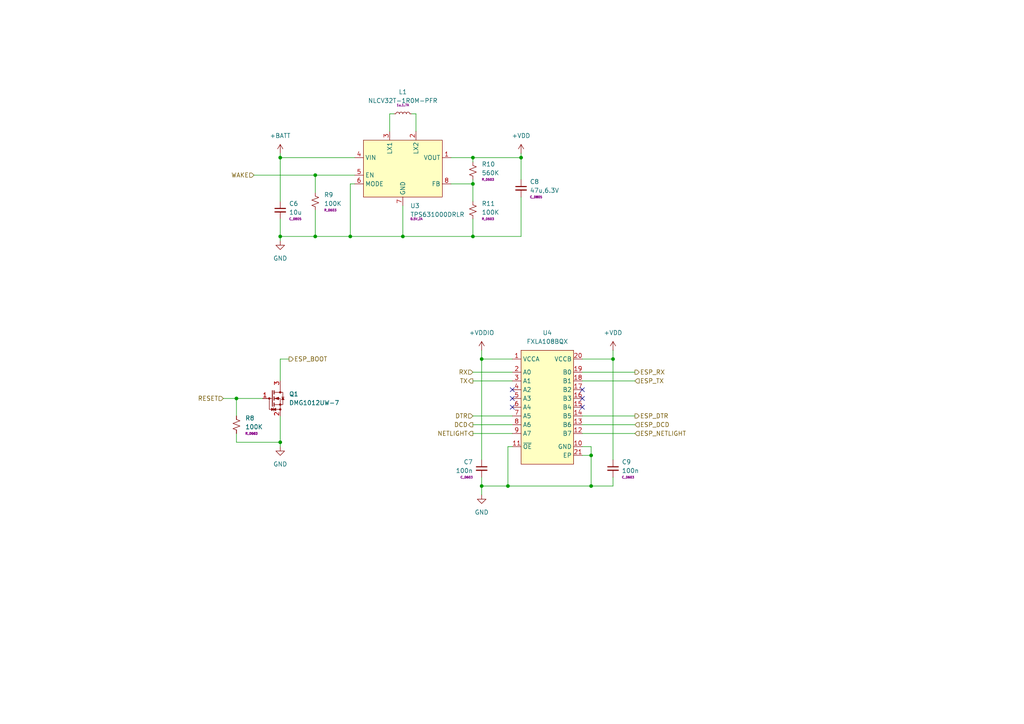
<source format=kicad_sch>
(kicad_sch (version 20250114) (generator "eeschema") (generator_version "9.0")
  (paper "A4")
  (title_block (title "Winglet-ESP") (rev "v1.0") (company "TL Embedded"))
  (lib_symbols
    (symbol "C_Capacitor:C_0603" (pin_numbers (hide yes)) (pin_names (offset 1.016))
      (property "Reference" "C" (at 3.175 1.905 0))
      (property "Value" "100n" (at 5.08 0 0))
      (property "Size" "C_0603" (at 4.445 -1.905 0))
      (symbol "C_0603_1_1"
        (polyline (pts (xy -1.524 0.508) (xy 1.524 0.508)) (stroke (width 0.3048)))
        (polyline (pts (xy -1.524 -0.508) (xy 1.524 -0.508)) (stroke (width 0.3302)))
        (pin passive line (at 0 2.54 270) (length 2.032) (name "~") (number "1"))
        (pin passive line (at 0 -2.54 90) (length 2.032) (name "~") (number "2"))
      )
    )
    (symbol "C_Capacitor:C_0805" (pin_numbers (hide yes)) (pin_names (offset 1.016))
      (property "Reference" "C" (at 3.175 1.905 0))
      (property "Value" "100n" (at 5.08 0 0))
      (property "Size" "C_0805" (at 4.445 -1.905 0))
      (symbol "C_0805_1_1"
        (polyline (pts (xy -1.524 0.508) (xy 1.524 0.508)) (stroke (width 0.3048)))
        (polyline (pts (xy -1.524 -0.508) (xy 1.524 -0.508)) (stroke (width 0.3302)))
        (pin passive line (at 0 2.54 270) (length 2.032) (name "~") (number "1"))
        (pin passive line (at 0 -2.54 90) (length 2.032) (name "~") (number "2"))
      )
    )
    (symbol "L_Inductor:NLCV32T-4R7M-PFR" (pin_numbers (hide yes)) (pin_names (hide yes))
      (property "Reference" "L" (at 1.905 1.27 0))
      (property "Value" "NLCV32T-4R7M-PFR" (at 11.43 -0.635 0))
      (property "Params" "4u7,900mA" (at 3.81 -2.54 0))
      (symbol "NLCV32T-4R7M-PFR_0_1"
        (arc (start 0 2.032) (mid 0.5058 1.524) (end 0 1.016))
        (arc (start 0 1.016) (mid 0.5058 0.508) (end 0 0))
        (arc (start 0 0) (mid 0.5058 -0.508) (end 0 -1.016))
        (arc (start 0 -1.016) (mid 0.5058 -1.524) (end 0 -2.032))
      )
      (symbol "NLCV32T-4R7M-PFR_1_1"
        (pin passive line (at 0 2.54 270) (length 0.508) (name "~") (number "1"))
        (pin passive line (at 0 -2.54 90) (length 0.508) (name "~") (number "2"))
      )
    )
    (symbol "Q_MOSFET:DMG1012UW-7" (pin_names (offset 0) (hide yes))
      (property "Reference" "Q" (at 2.286 1.524 0))
      (property "Value" "DMG1012UW-7" (at 2.286 -0.508 0))
      (symbol "DMG1012UW-7_0_1"
        (polyline (pts (xy -3.81 0) (xy -2.286 0)))
        (circle (center -3.175 0) (radius 0.254) (fill (type outline)))
        (polyline (pts (xy -2.286 -2.286) (xy -2.286 2.286)) (stroke (width 0.254)))
        (polyline (pts (xy -1.778 2.286) (xy -1.778 1.27)) (stroke (width 0.254)))
        (polyline (pts (xy -1.778 1.778) (xy 0.762 1.778) (xy 0.762 -1.778) (xy -1.778 -1.778)))
        (polyline (pts (xy -1.778 0.508) (xy -1.778 -0.508)) (stroke (width 0.254)))
        (polyline (pts (xy -1.778 -1.27) (xy -1.778 -2.286)) (stroke (width 0.254)))
        (polyline (pts (xy -1.778 -3.683) (xy -1.905 -3.556) (xy -1.905 -2.794) (xy -2.032 -2.667)))
        (polyline (pts (xy -1.4732 0) (xy -0.4572 -0.381) (xy -0.4572 0.381) (xy -1.4732 0)) (fill (type outline)))
        (polyline (pts (xy 0 3.81) (xy 0 1.778)))
        (circle (center 0 1.778) (radius 0.254) (fill (type outline)))
        (circle (center 0 -1.778) (radius 0.254) (fill (type outline)))
        (polyline (pts (xy 0 -3.175) (xy -3.175 -3.175) (xy -3.175 0)))
        (circle (center 0 -3.175) (radius 0.254) (fill (type outline)))
        (polyline (pts (xy 0 -3.81) (xy 0 0) (xy -1.778 0)))
        (polyline (pts (xy 1.143 0.381) (xy 0.381 0.381)))
      )
      (symbol "DMG1012UW-7_1_1"
        (polyline (pts (xy -1.905 -3.175) (xy -2.54 -3.556) (xy -2.54 -2.794) (xy -1.905 -3.175)) (fill (type outline)))
        (polyline (pts (xy -1.905 -3.175) (xy -1.27 -2.794) (xy -1.27 -3.556) (xy -1.905 -3.175)) (fill (type outline)))
        (polyline (pts (xy 0.762 0.3048) (xy 1.143 -0.3302) (xy 0.381 -0.3302) (xy 0.762 0.3048)) (fill (type outline)))
        (pin input line (at -5.08 0 0) (length 1.27) (name "G") (number "1"))
        (pin passive line (at 0 5.08 270) (length 1.27) (name "D") (number "3"))
        (pin passive line (at 0 -5.08 90) (length 1.27) (name "S") (number "2"))
      )
    )
    (symbol "R_Resistor:R_0603" (pin_numbers (hide yes)) (pin_names (offset 1.016))
      (property "Reference" "R" (at 2.54 1.905 0))
      (property "Value" "10K" (at 3.81 0 0))
      (property "Size" "R_0603" (at 3.81 -1.905 0))
      (symbol "R_0603_1_1"
        (polyline (pts (xy 0 1.524) (xy 1.016 1.143) (xy 0 0.762) (xy -1.016 0.381) (xy 0 0)))
        (polyline (pts (xy 0 0) (xy 1.016 -0.381) (xy 0 -0.762) (xy -1.016 -1.143) (xy 0 -1.524)))
        (pin passive line (at 0 2.54 270) (length 1.016) (name "~") (number "1"))
        (pin passive line (at 0 -2.54 90) (length 1.016) (name "~") (number "2"))
      )
    )
    (symbol "U_Basic:FXLA108BQX"
      (property "Reference" "U" (at 2.54 34.29 0))
      (property "Value" "FXLA108BQX" (at 7.62 -1.27 0))
      (symbol "FXLA108BQX_1_1"
        (rectangle (start 0 33.02) (end 15.24 0) (fill (type background)))
        (pin power_in line (at -2.54 30.48 0) (length 2.54) (name "VCCA") (number "1"))
        (pin bidirectional line (at -2.54 26.67 0) (length 2.54) (name "A0") (number "2"))
        (pin bidirectional line (at -2.54 24.13 0) (length 2.54) (name "A1") (number "3"))
        (pin bidirectional line (at -2.54 21.59 0) (length 2.54) (name "A2") (number "4"))
        (pin bidirectional line (at -2.54 19.05 0) (length 2.54) (name "A3") (number "5"))
        (pin bidirectional line (at -2.54 16.51 0) (length 2.54) (name "A4") (number "6"))
        (pin bidirectional line (at -2.54 13.97 0) (length 2.54) (name "A5") (number "7"))
        (pin bidirectional line (at -2.54 11.43 0) (length 2.54) (name "A6") (number "8"))
        (pin bidirectional line (at -2.54 8.89 0) (length 2.54) (name "A7") (number "9"))
        (pin input line (at -2.54 5.08 0) (length 2.54) (name "~{OE}") (number "11"))
        (pin power_in line (at 17.78 30.48 180) (length 2.54) (name "VCCB") (number "20"))
        (pin bidirectional line (at 17.78 26.67 180) (length 2.54) (name "B0") (number "19"))
        (pin bidirectional line (at 17.78 24.13 180) (length 2.54) (name "B1") (number "18"))
        (pin bidirectional line (at 17.78 21.59 180) (length 2.54) (name "B2") (number "17"))
        (pin bidirectional line (at 17.78 19.05 180) (length 2.54) (name "B3") (number "16"))
        (pin bidirectional line (at 17.78 16.51 180) (length 2.54) (name "B4") (number "15"))
        (pin bidirectional line (at 17.78 13.97 180) (length 2.54) (name "B5") (number "14"))
        (pin bidirectional line (at 17.78 11.43 180) (length 2.54) (name "B6") (number "13"))
        (pin bidirectional line (at 17.78 8.89 180) (length 2.54) (name "B7") (number "12"))
        (pin power_in line (at 17.78 5.08 180) (length 2.54) (name "GND") (number "10"))
        (pin power_in line (at 17.78 2.54 180) (length 2.54) (name "EP") (number "21"))
      )
    )
    (symbol "U_Power:TPS631000"
      (property "Reference" "U" (at 1.27 18.034 0))
      (property "Value" "TPS631000DRLR" (at 21.59 -1.778 0))
      (property "Params" "0.5V,2A" (at 20.828 -3.556 0))
      (symbol "TPS631000_0_1"
        (rectangle (start 0 16.51) (end 22.86 0) (stroke (width 0.1524)) (fill (type background)))
      )
      (symbol "TPS631000_1_1"
        (pin power_in line (at -2.54 11.43 0) (length 2.54) (name "VIN") (number "4"))
        (pin input line (at -2.54 6.35 0) (length 2.54) (name "EN") (number "5"))
        (pin input line (at -2.54 3.81 0) (length 2.54) (name "MODE") (number "6"))
        (pin passive line (at 7.62 19.05 270) (length 2.54) (name "LX1") (number "3"))
        (pin power_in line (at 11.43 -2.54 90) (length 2.54) (name "GND") (number "7"))
        (pin passive line (at 15.24 19.05 270) (length 2.54) (name "LX2") (number "2"))
        (pin power_out line (at 25.4 11.43 180) (length 2.54) (name "VOUT") (number "1"))
        (pin input line (at 25.4 3.81 180) (length 2.54) (name "FB") (number "8"))
      )
    )
    (symbol "power:+BATT" (power) (pin_numbers (hide yes)) (pin_names (offset 0) (hide yes))
      (property "Value" "+BATT" (at 0 3.556 0))
      (symbol "+BATT_0_1"
        (polyline (pts (xy -0.762 1.27) (xy 0 2.54)))
        (polyline (pts (xy 0 2.54) (xy 0.762 1.27)))
        (polyline (pts (xy 0 0) (xy 0 2.54)))
      )
      (symbol "+BATT_1_1"
        (pin power_in line (at 0 0 90) (length 0) (name "~") (number "1"))
      )
    )
    (symbol "power:GND" (power) (pin_numbers (hide yes)) (pin_names (offset 0) (hide yes))
      (property "Value" "GND" (at 0 -3.81 0))
      (symbol "GND_0_1"
        (polyline (pts (xy 0 0) (xy 0 -1.27) (xy 1.27 -1.27) (xy 0 -2.54) (xy -1.27 -1.27) (xy 0 -1.27)))
      )
      (symbol "GND_1_1"
        (pin power_in line (at 0 0 270) (length 0) (name "~") (number "1"))
      )
    )
    (symbol "power:VDD" (power) (pin_numbers (hide yes)) (pin_names (offset 0) (hide yes))
      (property "Value" "VDD" (at 0 3.556 0))
      (symbol "VDD_0_1"
        (polyline (pts (xy -0.762 1.27) (xy 0 2.54)))
        (polyline (pts (xy 0 2.54) (xy 0.762 1.27)))
        (polyline (pts (xy 0 0) (xy 0 2.54)))
      )
      (symbol "VDD_1_1"
        (pin power_in line (at 0 0 90) (length 0) (name "~") (number "1"))
      )
    )
  )
  (junction (at 137.16 68.58))
  (junction (at 139.7 140.97))
  (junction (at 81.28 45.72))
  (junction (at 68.58 115.57))
  (junction (at 137.16 53.34))
  (junction (at 171.45 140.97))
  (junction (at 151.13 45.72))
  (junction (at 116.84 68.58))
  (junction (at 81.28 128.27))
  (junction (at 171.45 132.08))
  (junction (at 101.6 68.58))
  (junction (at 177.8 104.14))
  (junction (at 81.28 68.58))
  (junction (at 147.32 140.97))
  (junction (at 91.44 50.8))
  (junction (at 139.7 104.14))
  (junction (at 91.44 68.58))
  (junction (at 137.16 45.72))
  (no_connect (at 168.91 118.11))
  (no_connect (at 148.59 113.03))
  (no_connect (at 148.59 118.11))
  (no_connect (at 168.91 113.03))
  (no_connect (at 168.91 115.57))
  (no_connect (at 148.59 115.57))
  (wire (pts (xy 177.8 101.6) (xy 177.8 104.14)))
  (wire (pts (xy 148.59 129.54) (xy 147.32 129.54)))
  (wire (pts (xy 171.45 129.54) (xy 171.45 132.08)))
  (wire (pts (xy 168.91 107.95) (xy 184.15 107.95)))
  (wire (pts (xy 81.28 45.72) (xy 102.87 45.72)))
  (wire (pts (xy 137.16 45.72) (xy 130.81 45.72)))
  (wire (pts (xy 147.32 140.97) (xy 171.45 140.97)))
  (wire (pts (xy 130.81 53.34) (xy 137.16 53.34)))
  (wire (pts (xy 168.91 132.08) (xy 171.45 132.08)))
  (wire (pts (xy 137.16 63.5) (xy 137.16 68.58)))
  (wire (pts (xy 139.7 138.43) (xy 139.7 140.97)))
  (wire (pts (xy 68.58 115.57) (xy 68.58 120.65)))
  (wire (pts (xy 137.16 125.73) (xy 148.59 125.73)))
  (wire (pts (xy 120.65 33.02) (xy 119.38 33.02)))
  (wire (pts (xy 151.13 45.72) (xy 151.13 52.07)))
  (wire (pts (xy 114.3 33.02) (xy 113.03 33.02)))
  (wire (pts (xy 139.7 140.97) (xy 139.7 143.51)))
  (wire (pts (xy 81.28 68.58) (xy 81.28 69.85)))
  (wire (pts (xy 147.32 129.54) (xy 147.32 140.97)))
  (wire (pts (xy 91.44 68.58) (xy 81.28 68.58)))
  (wire (pts (xy 168.91 125.73) (xy 184.15 125.73)))
  (wire (pts (xy 168.91 129.54) (xy 171.45 129.54)))
  (wire (pts (xy 177.8 140.97) (xy 177.8 138.43)))
  (wire (pts (xy 137.16 123.19) (xy 148.59 123.19)))
  (wire (pts (xy 91.44 60.96) (xy 91.44 68.58)))
  (wire (pts (xy 81.28 68.58) (xy 81.28 63.5)))
  (wire (pts (xy 91.44 55.88) (xy 91.44 50.8)))
  (wire (pts (xy 116.84 68.58) (xy 137.16 68.58)))
  (wire (pts (xy 102.87 53.34) (xy 101.6 53.34)))
  (wire (pts (xy 137.16 45.72) (xy 137.16 46.99)))
  (wire (pts (xy 116.84 59.69) (xy 116.84 68.58)))
  (wire (pts (xy 168.91 110.49) (xy 184.15 110.49)))
  (wire (pts (xy 139.7 101.6) (xy 139.7 104.14)))
  (wire (pts (xy 81.28 44.45) (xy 81.28 45.72)))
  (wire (pts (xy 168.91 123.19) (xy 184.15 123.19)))
  (wire (pts (xy 151.13 44.45) (xy 151.13 45.72)))
  (wire (pts (xy 68.58 115.57) (xy 76.2 115.57)))
  (wire (pts (xy 177.8 133.35) (xy 177.8 104.14)))
  (wire (pts (xy 81.28 128.27) (xy 81.28 129.54)))
  (wire (pts (xy 64.77 115.57) (xy 68.58 115.57)))
  (wire (pts (xy 139.7 104.14) (xy 148.59 104.14)))
  (wire (pts (xy 171.45 132.08) (xy 171.45 140.97)))
  (wire (pts (xy 177.8 104.14) (xy 168.91 104.14)))
  (wire (pts (xy 81.28 45.72) (xy 81.28 58.42)))
  (wire (pts (xy 139.7 140.97) (xy 147.32 140.97)))
  (wire (pts (xy 120.65 38.1) (xy 120.65 33.02)))
  (wire (pts (xy 81.28 110.49) (xy 81.28 104.14)))
  (wire (pts (xy 137.16 110.49) (xy 148.59 110.49)))
  (wire (pts (xy 137.16 120.65) (xy 148.59 120.65)))
  (wire (pts (xy 81.28 120.65) (xy 81.28 128.27)))
  (wire (pts (xy 81.28 128.27) (xy 68.58 128.27)))
  (wire (pts (xy 137.16 68.58) (xy 151.13 68.58)))
  (wire (pts (xy 137.16 53.34) (xy 137.16 58.42)))
  (wire (pts (xy 73.66 50.8) (xy 91.44 50.8)))
  (wire (pts (xy 91.44 50.8) (xy 102.87 50.8)))
  (wire (pts (xy 101.6 53.34) (xy 101.6 68.58)))
  (wire (pts (xy 116.84 68.58) (xy 101.6 68.58)))
  (wire (pts (xy 137.16 52.07) (xy 137.16 53.34)))
  (wire (pts (xy 139.7 133.35) (xy 139.7 104.14)))
  (wire (pts (xy 113.03 33.02) (xy 113.03 38.1)))
  (wire (pts (xy 81.28 104.14) (xy 83.82 104.14)))
  (wire (pts (xy 151.13 45.72) (xy 137.16 45.72)))
  (wire (pts (xy 101.6 68.58) (xy 91.44 68.58)))
  (wire (pts (xy 171.45 140.97) (xy 177.8 140.97)))
  (wire (pts (xy 151.13 57.15) (xy 151.13 68.58)))
  (wire (pts (xy 168.91 120.65) (xy 184.15 120.65)))
  (wire (pts (xy 68.58 128.27) (xy 68.58 125.73)))
  (wire (pts (xy 137.16 107.95) (xy 148.59 107.95)))
  (hierarchical_label "TX" (shape output) (at 137.16 110.49 180))
  (hierarchical_label "ESP_NETLIGHT" (shape input) (at 184.15 125.73 0))
  (hierarchical_label "ESP_TX" (shape input) (at 184.15 110.49 0))
  (hierarchical_label "RESET" (shape input) (at 64.77 115.57 180))
  (hierarchical_label "ESP_BOOT" (shape output) (at 83.82 104.14 0))
  (hierarchical_label "ESP_DCD" (shape input) (at 184.15 123.19 0))
  (hierarchical_label "ESP_DTR" (shape output) (at 184.15 120.65 0))
  (hierarchical_label "DCD" (shape output) (at 137.16 123.19 180))
  (hierarchical_label "ESP_RX" (shape output) (at 184.15 107.95 0))
  (hierarchical_label "NETLIGHT" (shape output) (at 137.16 125.73 180))
  (hierarchical_label "WAKE" (shape input) (at 73.66 50.8 180))
  (hierarchical_label "RX" (shape input) (at 137.16 107.95 180))
  (hierarchical_label "DTR" (shape input) (at 137.16 120.65 180))
  (symbol (lib_id "Q_MOSFET:DMG1012UW-7") (at 81.28 115.57 0) (unit 1)
    (property "Reference" "Q1" (at 83.82 114.2999 0) (effects (justify left)))
    (property "Value" "DMG1012UW-7" (at 83.82 116.8399 0) (effects (justify left)))
    (property "Footprint" "U_IC:SC70-3" (effects (hide yes)))
    (property "Datasheet" "https://www.diodes.com/assets/Datasheets/DMG1012UW.pdf" (effects (hide yes)))
    (property "Description" "MOSFET N-CH 20V 1A SOT323" (effects (hide yes)))
  )
  (symbol (lib_id "power:VDD") (at 151.13 44.45 0) (unit 1)
    (property "Reference" "#PWR023" (effects (hide yes)))
    (property "Value" "+VDD" (at 151.13 39.37 0))
    (property "Description" "Power symbol creates a global label with name \"VDD\"" (effects (hide yes)))
  )
  (symbol (lib_id "R_Resistor:R_0603") (at 137.16 60.96 0) (unit 1)
    (property "Reference" "R11" (at 139.7 59.0549 0) (effects (justify left)))
    (property "Value" "100K" (at 139.7 61.5949 0) (effects (justify left)))
    (property "Footprint" "R_Resistor:R_0603" (effects (hide yes)))
    (property "Size" "R_0603" (at 139.7 63.5 0) (effects (font (size 0.635 0.635)) (justify left)))
  )
  (symbol (lib_id "C_Capacitor:C_0805") (at 81.28 60.96 0) (mirror y) (unit 1)
    (property "Reference" "C6" (at 83.82 59.0612 0) (effects (justify right)))
    (property "Value" "10u" (at 83.82 61.6012 0) (effects (justify right)))
    (property "Footprint" "C_Capacitor:C_0805" (effects (hide yes)))
    (property "Size" "C_0805" (at 83.82 63.5063 0) (effects (font (size 0.635 0.635)) (justify right)))
  )
  (symbol (lib_id "L_Inductor:NLCV32T-4R7M-PFR") (at 116.84 33.02 90) (unit 1)
    (property "Reference" "L1" (at 116.84 26.67 90))
    (property "Value" "NLCV32T-1R0M-PFR" (at 116.84 29.21 90))
    (property "Footprint" "L_Inductor:L_1210" (effects (hide yes)))
    (property "Params" "1u,1.7A" (at 116.84 30.48 90) (effects (font (size 0.63 0.63))))
  )
  (symbol (lib_id "power:GND") (at 81.28 69.85 0) (unit 1)
    (property "Reference" "#PWR019" (effects (hide yes)))
    (property "Value" "GND" (at 81.28 74.93 0))
    (property "Description" "Power symbol creates a global label with name \"GND\" , ground" (effects (hide yes)))
  )
  (symbol (lib_id "R_Resistor:R_0603") (at 68.58 123.19 0) (unit 1)
    (property "Reference" "R8" (at 71.12 121.2849 0) (effects (justify left)))
    (property "Value" "100K" (at 71.12 123.8249 0) (effects (justify left)))
    (property "Footprint" "R_Resistor:R_0603" (effects (hide yes)))
    (property "Size" "R_0603" (at 71.12 125.73 0) (effects (font (size 0.635 0.635)) (justify left)))
  )
  (symbol (lib_id "power:VDD") (at 139.7 101.6 0) (unit 1)
    (property "Reference" "#PWR021" (effects (hide yes)))
    (property "Value" "+VDDIO" (at 139.7 96.52 0))
    (property "Description" "Power symbol creates a global label with name \"VDD\"" (effects (hide yes)))
  )
  (symbol (lib_id "power:GND") (at 81.28 129.54 0) (unit 1)
    (property "Reference" "#PWR020" (effects (hide yes)))
    (property "Value" "GND" (at 81.28 134.62 0))
    (property "Description" "Power symbol creates a global label with name \"GND\" , ground" (effects (hide yes)))
  )
  (symbol (lib_id "C_Capacitor:C_0603") (at 139.7 135.89 0) (mirror y) (unit 1)
    (property "Reference" "C7" (at 137.16 133.9912 0) (effects (justify left)))
    (property "Value" "100n" (at 137.16 136.5312 0) (effects (justify left)))
    (property "Footprint" "C_Capacitor:C_0603" (effects (hide yes)))
    (property "Size" "C_0603" (at 137.16 138.4363 0) (effects (font (size 0.635 0.635)) (justify left)))
  )
  (symbol (lib_id "power:VDD") (at 177.8 101.6 0) (unit 1)
    (property "Reference" "#PWR024" (effects (hide yes)))
    (property "Value" "+VDD" (at 177.8 96.52 0))
    (property "Description" "Power symbol creates a global label with name \"VDD\"" (effects (hide yes)))
  )
  (symbol (lib_id "C_Capacitor:C_0603") (at 177.8 135.89 0) (mirror y) (unit 1)
    (property "Reference" "C9" (at 180.34 133.9912 0) (effects (justify right)))
    (property "Value" "100n" (at 180.34 136.5312 0) (effects (justify right)))
    (property "Footprint" "C_Capacitor:C_0603" (effects (hide yes)))
    (property "Size" "C_0603" (at 180.34 138.4363 0) (effects (font (size 0.635 0.635)) (justify right)))
  )
  (symbol (lib_id "R_Resistor:R_0603") (at 91.44 58.42 0) (unit 1)
    (property "Reference" "R9" (at 93.98 56.5149 0) (effects (justify left)))
    (property "Value" "100K" (at 93.98 59.0549 0) (effects (justify left)))
    (property "Footprint" "R_Resistor:R_0603" (effects (hide yes)))
    (property "Size" "R_0603" (at 93.98 60.96 0) (effects (font (size 0.635 0.635)) (justify left)))
  )
  (symbol (lib_id "power:+BATT") (at 81.28 44.45 0) (unit 1)
    (property "Reference" "#PWR018" (effects (hide yes)))
    (property "Value" "+BATT" (at 81.28 39.37 0))
    (property "Description" "Power symbol creates a global label with name \"+BATT\"" (effects (hide yes)))
  )
  (symbol (lib_id "U_Power:TPS631000") (at 105.41 57.15 0) (unit 1)
    (property "Reference" "U3" (at 118.9833 59.69 0) (effects (justify left)))
    (property "Value" "TPS631000DRLR" (at 118.9833 62.23 0) (effects (justify left)))
    (property "Footprint" "U_IC:SOT583" (effects (hide yes)))
    (property "Datasheet" "https://www.ti.com/lit/ds/symlink/tps631000.pdf" (effects (hide yes)))
    (property "Description" "DC DC CONVERTER BUCK-BOOST" (effects (hide yes)))
    (property "Params" "0.5V,2A" (at 118.9833 63.5 0) (effects (font (size 0.635 0.635)) (justify left)))
  )
  (symbol (lib_id "power:GND") (at 139.7 143.51 0) (unit 1)
    (property "Reference" "#PWR022" (effects (hide yes)))
    (property "Value" "GND" (at 139.7 148.59 0))
    (property "Description" "Power symbol creates a global label with name \"GND\" , ground" (effects (hide yes)))
  )
  (symbol (lib_id "C_Capacitor:C_0805") (at 151.13 54.61 0) (mirror y) (unit 1)
    (property "Reference" "C8" (at 153.67 52.7112 0) (effects (justify right)))
    (property "Value" "47u,6.3V" (at 153.67 55.2512 0) (effects (justify right)))
    (property "Footprint" "C_Capacitor:C_0805" (effects (hide yes)))
    (property "Size" "C_0805" (at 153.67 57.1563 0) (effects (font (size 0.635 0.635)) (justify right)))
  )
  (symbol (lib_id "R_Resistor:R_0603") (at 137.16 49.53 0) (unit 1)
    (property "Reference" "R10" (at 139.7 47.6249 0) (effects (justify left)))
    (property "Value" "560K" (at 139.7 50.1649 0) (effects (justify left)))
    (property "Footprint" "R_Resistor:R_0603" (effects (hide yes)))
    (property "Size" "R_0603" (at 139.7 52.07 0) (effects (font (size 0.635 0.635)) (justify left)))
  )
  (symbol (lib_id "U_Basic:FXLA108BQX") (at 151.13 134.62 0) (unit 1)
    (property "Reference" "U4" (at 158.75 96.52 0))
    (property "Value" "FXLA108BQX" (at 158.75 99.06 0))
    (property "Footprint" "U_IC:WQFN20_05_4.5x2.5" (effects (hide yes)))
    (property "Datasheet" "https://www.onsemi.com/pdf/datasheet/fxla108-d.pdf" (effects (hide yes)))
    (property "Description" "IC TRANSLTR BIDIRECTIONAL 20DQFN" (effects (hide yes)))
  )
)
</source>
